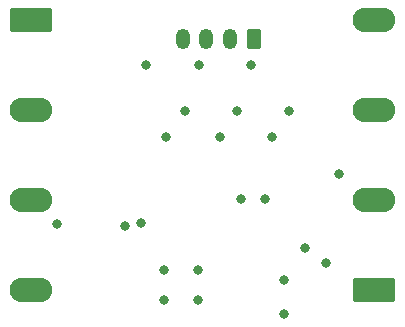
<source format=gbr>
%TF.GenerationSoftware,KiCad,Pcbnew,(6.0.4)*%
%TF.CreationDate,2022-07-19T00:56:17+02:00*%
%TF.ProjectId,Controller_Window,436f6e74-726f-46c6-9c65-725f57696e64,rev?*%
%TF.SameCoordinates,Original*%
%TF.FileFunction,Soldermask,Bot*%
%TF.FilePolarity,Negative*%
%FSLAX46Y46*%
G04 Gerber Fmt 4.6, Leading zero omitted, Abs format (unit mm)*
G04 Created by KiCad (PCBNEW (6.0.4)) date 2022-07-19 00:56:17*
%MOMM*%
%LPD*%
G01*
G04 APERTURE LIST*
G04 Aperture macros list*
%AMRoundRect*
0 Rectangle with rounded corners*
0 $1 Rounding radius*
0 $2 $3 $4 $5 $6 $7 $8 $9 X,Y pos of 4 corners*
0 Add a 4 corners polygon primitive as box body*
4,1,4,$2,$3,$4,$5,$6,$7,$8,$9,$2,$3,0*
0 Add four circle primitives for the rounded corners*
1,1,$1+$1,$2,$3*
1,1,$1+$1,$4,$5*
1,1,$1+$1,$6,$7*
1,1,$1+$1,$8,$9*
0 Add four rect primitives between the rounded corners*
20,1,$1+$1,$2,$3,$4,$5,0*
20,1,$1+$1,$4,$5,$6,$7,0*
20,1,$1+$1,$6,$7,$8,$9,0*
20,1,$1+$1,$8,$9,$2,$3,0*%
G04 Aperture macros list end*
%ADD10RoundRect,0.250000X0.350000X0.625000X-0.350000X0.625000X-0.350000X-0.625000X0.350000X-0.625000X0*%
%ADD11O,1.200000X1.750000*%
%ADD12RoundRect,0.250001X1.549999X-0.799999X1.549999X0.799999X-1.549999X0.799999X-1.549999X-0.799999X0*%
%ADD13O,3.600000X2.100000*%
%ADD14RoundRect,0.250001X-1.549999X0.799999X-1.549999X-0.799999X1.549999X-0.799999X1.549999X0.799999X0*%
%ADD15C,0.800000*%
G04 APERTURE END LIST*
D10*
%TO.C,J3*%
X148900000Y-89450000D03*
D11*
X146900000Y-89450000D03*
X144900000Y-89450000D03*
X142900000Y-89450000D03*
%TD*%
D12*
%TO.C,J1*%
X159122500Y-110730000D03*
D13*
X159122500Y-103110000D03*
X159122500Y-95490000D03*
X159122500Y-87870000D03*
%TD*%
D14*
%TO.C,J2*%
X130052500Y-87870000D03*
D13*
X130052500Y-95490000D03*
X130052500Y-103110000D03*
X130052500Y-110730000D03*
%TD*%
D15*
X148700000Y-91700000D03*
X151500000Y-112800000D03*
X144300000Y-91700000D03*
X139800000Y-91700000D03*
X151500000Y-109900000D03*
X150475000Y-97800000D03*
X141300000Y-111600000D03*
X149900000Y-103000000D03*
X144200000Y-109000000D03*
X138000000Y-105300000D03*
X156100000Y-100900000D03*
X147850500Y-103050000D03*
X151875000Y-95550000D03*
X147475000Y-95550000D03*
X143075000Y-95550000D03*
X153300000Y-107200000D03*
X155000000Y-108400000D03*
X144200000Y-111600000D03*
X132300000Y-105100000D03*
X146025000Y-97800000D03*
X141525000Y-97800000D03*
X139400000Y-105075989D03*
X141300000Y-109000000D03*
M02*

</source>
